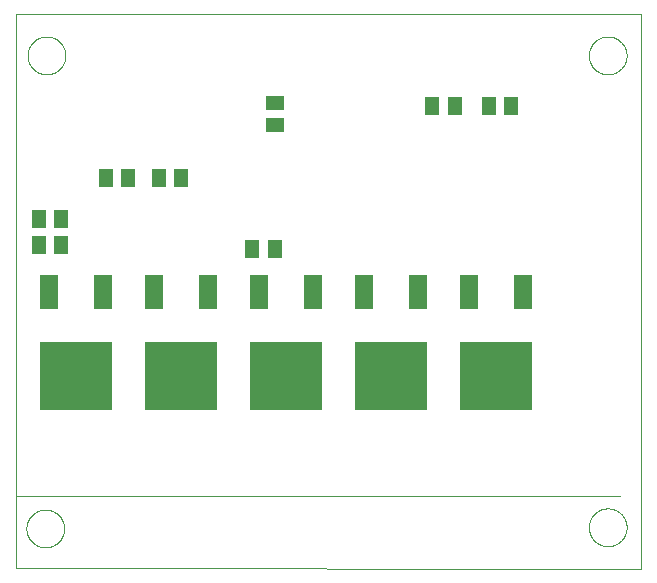
<source format=gbp>
G75*
%MOIN*%
%OFA0B0*%
%FSLAX25Y25*%
%IPPOS*%
%LPD*%
%AMOC8*
5,1,8,0,0,1.08239X$1,22.5*
%
%ADD10C,0.00000*%
%ADD11R,0.05118X0.05906*%
%ADD12R,0.06299X0.11811*%
%ADD13R,0.24409X0.22835*%
%ADD14R,0.05906X0.05118*%
D10*
X0052477Y0025103D02*
X0261020Y0024709D01*
X0261020Y0209788D01*
X0052477Y0209788D01*
X0052477Y0025103D01*
X0056060Y0038252D02*
X0056062Y0038410D01*
X0056068Y0038568D01*
X0056078Y0038726D01*
X0056092Y0038884D01*
X0056110Y0039041D01*
X0056131Y0039198D01*
X0056157Y0039354D01*
X0056187Y0039510D01*
X0056220Y0039665D01*
X0056258Y0039818D01*
X0056299Y0039971D01*
X0056344Y0040123D01*
X0056393Y0040274D01*
X0056446Y0040423D01*
X0056502Y0040571D01*
X0056562Y0040717D01*
X0056626Y0040862D01*
X0056694Y0041005D01*
X0056765Y0041147D01*
X0056839Y0041287D01*
X0056917Y0041424D01*
X0056999Y0041560D01*
X0057083Y0041694D01*
X0057172Y0041825D01*
X0057263Y0041954D01*
X0057358Y0042081D01*
X0057455Y0042206D01*
X0057556Y0042328D01*
X0057660Y0042447D01*
X0057767Y0042564D01*
X0057877Y0042678D01*
X0057990Y0042789D01*
X0058105Y0042898D01*
X0058223Y0043003D01*
X0058344Y0043105D01*
X0058467Y0043205D01*
X0058593Y0043301D01*
X0058721Y0043394D01*
X0058851Y0043484D01*
X0058984Y0043570D01*
X0059119Y0043654D01*
X0059255Y0043733D01*
X0059394Y0043810D01*
X0059535Y0043882D01*
X0059677Y0043952D01*
X0059821Y0044017D01*
X0059967Y0044079D01*
X0060114Y0044137D01*
X0060263Y0044192D01*
X0060413Y0044243D01*
X0060564Y0044290D01*
X0060716Y0044333D01*
X0060869Y0044372D01*
X0061024Y0044408D01*
X0061179Y0044439D01*
X0061335Y0044467D01*
X0061491Y0044491D01*
X0061648Y0044511D01*
X0061806Y0044527D01*
X0061963Y0044539D01*
X0062122Y0044547D01*
X0062280Y0044551D01*
X0062438Y0044551D01*
X0062596Y0044547D01*
X0062755Y0044539D01*
X0062912Y0044527D01*
X0063070Y0044511D01*
X0063227Y0044491D01*
X0063383Y0044467D01*
X0063539Y0044439D01*
X0063694Y0044408D01*
X0063849Y0044372D01*
X0064002Y0044333D01*
X0064154Y0044290D01*
X0064305Y0044243D01*
X0064455Y0044192D01*
X0064604Y0044137D01*
X0064751Y0044079D01*
X0064897Y0044017D01*
X0065041Y0043952D01*
X0065183Y0043882D01*
X0065324Y0043810D01*
X0065463Y0043733D01*
X0065599Y0043654D01*
X0065734Y0043570D01*
X0065867Y0043484D01*
X0065997Y0043394D01*
X0066125Y0043301D01*
X0066251Y0043205D01*
X0066374Y0043105D01*
X0066495Y0043003D01*
X0066613Y0042898D01*
X0066728Y0042789D01*
X0066841Y0042678D01*
X0066951Y0042564D01*
X0067058Y0042447D01*
X0067162Y0042328D01*
X0067263Y0042206D01*
X0067360Y0042081D01*
X0067455Y0041954D01*
X0067546Y0041825D01*
X0067635Y0041694D01*
X0067719Y0041560D01*
X0067801Y0041424D01*
X0067879Y0041287D01*
X0067953Y0041147D01*
X0068024Y0041005D01*
X0068092Y0040862D01*
X0068156Y0040717D01*
X0068216Y0040571D01*
X0068272Y0040423D01*
X0068325Y0040274D01*
X0068374Y0040123D01*
X0068419Y0039971D01*
X0068460Y0039818D01*
X0068498Y0039665D01*
X0068531Y0039510D01*
X0068561Y0039354D01*
X0068587Y0039198D01*
X0068608Y0039041D01*
X0068626Y0038884D01*
X0068640Y0038726D01*
X0068650Y0038568D01*
X0068656Y0038410D01*
X0068658Y0038252D01*
X0068656Y0038094D01*
X0068650Y0037936D01*
X0068640Y0037778D01*
X0068626Y0037620D01*
X0068608Y0037463D01*
X0068587Y0037306D01*
X0068561Y0037150D01*
X0068531Y0036994D01*
X0068498Y0036839D01*
X0068460Y0036686D01*
X0068419Y0036533D01*
X0068374Y0036381D01*
X0068325Y0036230D01*
X0068272Y0036081D01*
X0068216Y0035933D01*
X0068156Y0035787D01*
X0068092Y0035642D01*
X0068024Y0035499D01*
X0067953Y0035357D01*
X0067879Y0035217D01*
X0067801Y0035080D01*
X0067719Y0034944D01*
X0067635Y0034810D01*
X0067546Y0034679D01*
X0067455Y0034550D01*
X0067360Y0034423D01*
X0067263Y0034298D01*
X0067162Y0034176D01*
X0067058Y0034057D01*
X0066951Y0033940D01*
X0066841Y0033826D01*
X0066728Y0033715D01*
X0066613Y0033606D01*
X0066495Y0033501D01*
X0066374Y0033399D01*
X0066251Y0033299D01*
X0066125Y0033203D01*
X0065997Y0033110D01*
X0065867Y0033020D01*
X0065734Y0032934D01*
X0065599Y0032850D01*
X0065463Y0032771D01*
X0065324Y0032694D01*
X0065183Y0032622D01*
X0065041Y0032552D01*
X0064897Y0032487D01*
X0064751Y0032425D01*
X0064604Y0032367D01*
X0064455Y0032312D01*
X0064305Y0032261D01*
X0064154Y0032214D01*
X0064002Y0032171D01*
X0063849Y0032132D01*
X0063694Y0032096D01*
X0063539Y0032065D01*
X0063383Y0032037D01*
X0063227Y0032013D01*
X0063070Y0031993D01*
X0062912Y0031977D01*
X0062755Y0031965D01*
X0062596Y0031957D01*
X0062438Y0031953D01*
X0062280Y0031953D01*
X0062122Y0031957D01*
X0061963Y0031965D01*
X0061806Y0031977D01*
X0061648Y0031993D01*
X0061491Y0032013D01*
X0061335Y0032037D01*
X0061179Y0032065D01*
X0061024Y0032096D01*
X0060869Y0032132D01*
X0060716Y0032171D01*
X0060564Y0032214D01*
X0060413Y0032261D01*
X0060263Y0032312D01*
X0060114Y0032367D01*
X0059967Y0032425D01*
X0059821Y0032487D01*
X0059677Y0032552D01*
X0059535Y0032622D01*
X0059394Y0032694D01*
X0059255Y0032771D01*
X0059119Y0032850D01*
X0058984Y0032934D01*
X0058851Y0033020D01*
X0058721Y0033110D01*
X0058593Y0033203D01*
X0058467Y0033299D01*
X0058344Y0033399D01*
X0058223Y0033501D01*
X0058105Y0033606D01*
X0057990Y0033715D01*
X0057877Y0033826D01*
X0057767Y0033940D01*
X0057660Y0034057D01*
X0057556Y0034176D01*
X0057455Y0034298D01*
X0057358Y0034423D01*
X0057263Y0034550D01*
X0057172Y0034679D01*
X0057083Y0034810D01*
X0056999Y0034944D01*
X0056917Y0035080D01*
X0056839Y0035217D01*
X0056765Y0035357D01*
X0056694Y0035499D01*
X0056626Y0035642D01*
X0056562Y0035787D01*
X0056502Y0035933D01*
X0056446Y0036081D01*
X0056393Y0036230D01*
X0056344Y0036381D01*
X0056299Y0036533D01*
X0056258Y0036686D01*
X0056220Y0036839D01*
X0056187Y0036994D01*
X0056157Y0037150D01*
X0056131Y0037306D01*
X0056110Y0037463D01*
X0056092Y0037620D01*
X0056078Y0037778D01*
X0056068Y0037936D01*
X0056062Y0038094D01*
X0056060Y0038252D01*
X0052595Y0048951D02*
X0253796Y0048951D01*
X0243540Y0038646D02*
X0243542Y0038804D01*
X0243548Y0038962D01*
X0243558Y0039120D01*
X0243572Y0039278D01*
X0243590Y0039435D01*
X0243611Y0039592D01*
X0243637Y0039748D01*
X0243667Y0039904D01*
X0243700Y0040059D01*
X0243738Y0040212D01*
X0243779Y0040365D01*
X0243824Y0040517D01*
X0243873Y0040668D01*
X0243926Y0040817D01*
X0243982Y0040965D01*
X0244042Y0041111D01*
X0244106Y0041256D01*
X0244174Y0041399D01*
X0244245Y0041541D01*
X0244319Y0041681D01*
X0244397Y0041818D01*
X0244479Y0041954D01*
X0244563Y0042088D01*
X0244652Y0042219D01*
X0244743Y0042348D01*
X0244838Y0042475D01*
X0244935Y0042600D01*
X0245036Y0042722D01*
X0245140Y0042841D01*
X0245247Y0042958D01*
X0245357Y0043072D01*
X0245470Y0043183D01*
X0245585Y0043292D01*
X0245703Y0043397D01*
X0245824Y0043499D01*
X0245947Y0043599D01*
X0246073Y0043695D01*
X0246201Y0043788D01*
X0246331Y0043878D01*
X0246464Y0043964D01*
X0246599Y0044048D01*
X0246735Y0044127D01*
X0246874Y0044204D01*
X0247015Y0044276D01*
X0247157Y0044346D01*
X0247301Y0044411D01*
X0247447Y0044473D01*
X0247594Y0044531D01*
X0247743Y0044586D01*
X0247893Y0044637D01*
X0248044Y0044684D01*
X0248196Y0044727D01*
X0248349Y0044766D01*
X0248504Y0044802D01*
X0248659Y0044833D01*
X0248815Y0044861D01*
X0248971Y0044885D01*
X0249128Y0044905D01*
X0249286Y0044921D01*
X0249443Y0044933D01*
X0249602Y0044941D01*
X0249760Y0044945D01*
X0249918Y0044945D01*
X0250076Y0044941D01*
X0250235Y0044933D01*
X0250392Y0044921D01*
X0250550Y0044905D01*
X0250707Y0044885D01*
X0250863Y0044861D01*
X0251019Y0044833D01*
X0251174Y0044802D01*
X0251329Y0044766D01*
X0251482Y0044727D01*
X0251634Y0044684D01*
X0251785Y0044637D01*
X0251935Y0044586D01*
X0252084Y0044531D01*
X0252231Y0044473D01*
X0252377Y0044411D01*
X0252521Y0044346D01*
X0252663Y0044276D01*
X0252804Y0044204D01*
X0252943Y0044127D01*
X0253079Y0044048D01*
X0253214Y0043964D01*
X0253347Y0043878D01*
X0253477Y0043788D01*
X0253605Y0043695D01*
X0253731Y0043599D01*
X0253854Y0043499D01*
X0253975Y0043397D01*
X0254093Y0043292D01*
X0254208Y0043183D01*
X0254321Y0043072D01*
X0254431Y0042958D01*
X0254538Y0042841D01*
X0254642Y0042722D01*
X0254743Y0042600D01*
X0254840Y0042475D01*
X0254935Y0042348D01*
X0255026Y0042219D01*
X0255115Y0042088D01*
X0255199Y0041954D01*
X0255281Y0041818D01*
X0255359Y0041681D01*
X0255433Y0041541D01*
X0255504Y0041399D01*
X0255572Y0041256D01*
X0255636Y0041111D01*
X0255696Y0040965D01*
X0255752Y0040817D01*
X0255805Y0040668D01*
X0255854Y0040517D01*
X0255899Y0040365D01*
X0255940Y0040212D01*
X0255978Y0040059D01*
X0256011Y0039904D01*
X0256041Y0039748D01*
X0256067Y0039592D01*
X0256088Y0039435D01*
X0256106Y0039278D01*
X0256120Y0039120D01*
X0256130Y0038962D01*
X0256136Y0038804D01*
X0256138Y0038646D01*
X0256136Y0038488D01*
X0256130Y0038330D01*
X0256120Y0038172D01*
X0256106Y0038014D01*
X0256088Y0037857D01*
X0256067Y0037700D01*
X0256041Y0037544D01*
X0256011Y0037388D01*
X0255978Y0037233D01*
X0255940Y0037080D01*
X0255899Y0036927D01*
X0255854Y0036775D01*
X0255805Y0036624D01*
X0255752Y0036475D01*
X0255696Y0036327D01*
X0255636Y0036181D01*
X0255572Y0036036D01*
X0255504Y0035893D01*
X0255433Y0035751D01*
X0255359Y0035611D01*
X0255281Y0035474D01*
X0255199Y0035338D01*
X0255115Y0035204D01*
X0255026Y0035073D01*
X0254935Y0034944D01*
X0254840Y0034817D01*
X0254743Y0034692D01*
X0254642Y0034570D01*
X0254538Y0034451D01*
X0254431Y0034334D01*
X0254321Y0034220D01*
X0254208Y0034109D01*
X0254093Y0034000D01*
X0253975Y0033895D01*
X0253854Y0033793D01*
X0253731Y0033693D01*
X0253605Y0033597D01*
X0253477Y0033504D01*
X0253347Y0033414D01*
X0253214Y0033328D01*
X0253079Y0033244D01*
X0252943Y0033165D01*
X0252804Y0033088D01*
X0252663Y0033016D01*
X0252521Y0032946D01*
X0252377Y0032881D01*
X0252231Y0032819D01*
X0252084Y0032761D01*
X0251935Y0032706D01*
X0251785Y0032655D01*
X0251634Y0032608D01*
X0251482Y0032565D01*
X0251329Y0032526D01*
X0251174Y0032490D01*
X0251019Y0032459D01*
X0250863Y0032431D01*
X0250707Y0032407D01*
X0250550Y0032387D01*
X0250392Y0032371D01*
X0250235Y0032359D01*
X0250076Y0032351D01*
X0249918Y0032347D01*
X0249760Y0032347D01*
X0249602Y0032351D01*
X0249443Y0032359D01*
X0249286Y0032371D01*
X0249128Y0032387D01*
X0248971Y0032407D01*
X0248815Y0032431D01*
X0248659Y0032459D01*
X0248504Y0032490D01*
X0248349Y0032526D01*
X0248196Y0032565D01*
X0248044Y0032608D01*
X0247893Y0032655D01*
X0247743Y0032706D01*
X0247594Y0032761D01*
X0247447Y0032819D01*
X0247301Y0032881D01*
X0247157Y0032946D01*
X0247015Y0033016D01*
X0246874Y0033088D01*
X0246735Y0033165D01*
X0246599Y0033244D01*
X0246464Y0033328D01*
X0246331Y0033414D01*
X0246201Y0033504D01*
X0246073Y0033597D01*
X0245947Y0033693D01*
X0245824Y0033793D01*
X0245703Y0033895D01*
X0245585Y0034000D01*
X0245470Y0034109D01*
X0245357Y0034220D01*
X0245247Y0034334D01*
X0245140Y0034451D01*
X0245036Y0034570D01*
X0244935Y0034692D01*
X0244838Y0034817D01*
X0244743Y0034944D01*
X0244652Y0035073D01*
X0244563Y0035204D01*
X0244479Y0035338D01*
X0244397Y0035474D01*
X0244319Y0035611D01*
X0244245Y0035751D01*
X0244174Y0035893D01*
X0244106Y0036036D01*
X0244042Y0036181D01*
X0243982Y0036327D01*
X0243926Y0036475D01*
X0243873Y0036624D01*
X0243824Y0036775D01*
X0243779Y0036927D01*
X0243738Y0037080D01*
X0243700Y0037233D01*
X0243667Y0037388D01*
X0243637Y0037544D01*
X0243611Y0037700D01*
X0243590Y0037857D01*
X0243572Y0038014D01*
X0243558Y0038172D01*
X0243548Y0038330D01*
X0243542Y0038488D01*
X0243540Y0038646D01*
X0243540Y0195929D02*
X0243542Y0196087D01*
X0243548Y0196245D01*
X0243558Y0196403D01*
X0243572Y0196561D01*
X0243590Y0196718D01*
X0243611Y0196875D01*
X0243637Y0197031D01*
X0243667Y0197187D01*
X0243700Y0197342D01*
X0243738Y0197495D01*
X0243779Y0197648D01*
X0243824Y0197800D01*
X0243873Y0197951D01*
X0243926Y0198100D01*
X0243982Y0198248D01*
X0244042Y0198394D01*
X0244106Y0198539D01*
X0244174Y0198682D01*
X0244245Y0198824D01*
X0244319Y0198964D01*
X0244397Y0199101D01*
X0244479Y0199237D01*
X0244563Y0199371D01*
X0244652Y0199502D01*
X0244743Y0199631D01*
X0244838Y0199758D01*
X0244935Y0199883D01*
X0245036Y0200005D01*
X0245140Y0200124D01*
X0245247Y0200241D01*
X0245357Y0200355D01*
X0245470Y0200466D01*
X0245585Y0200575D01*
X0245703Y0200680D01*
X0245824Y0200782D01*
X0245947Y0200882D01*
X0246073Y0200978D01*
X0246201Y0201071D01*
X0246331Y0201161D01*
X0246464Y0201247D01*
X0246599Y0201331D01*
X0246735Y0201410D01*
X0246874Y0201487D01*
X0247015Y0201559D01*
X0247157Y0201629D01*
X0247301Y0201694D01*
X0247447Y0201756D01*
X0247594Y0201814D01*
X0247743Y0201869D01*
X0247893Y0201920D01*
X0248044Y0201967D01*
X0248196Y0202010D01*
X0248349Y0202049D01*
X0248504Y0202085D01*
X0248659Y0202116D01*
X0248815Y0202144D01*
X0248971Y0202168D01*
X0249128Y0202188D01*
X0249286Y0202204D01*
X0249443Y0202216D01*
X0249602Y0202224D01*
X0249760Y0202228D01*
X0249918Y0202228D01*
X0250076Y0202224D01*
X0250235Y0202216D01*
X0250392Y0202204D01*
X0250550Y0202188D01*
X0250707Y0202168D01*
X0250863Y0202144D01*
X0251019Y0202116D01*
X0251174Y0202085D01*
X0251329Y0202049D01*
X0251482Y0202010D01*
X0251634Y0201967D01*
X0251785Y0201920D01*
X0251935Y0201869D01*
X0252084Y0201814D01*
X0252231Y0201756D01*
X0252377Y0201694D01*
X0252521Y0201629D01*
X0252663Y0201559D01*
X0252804Y0201487D01*
X0252943Y0201410D01*
X0253079Y0201331D01*
X0253214Y0201247D01*
X0253347Y0201161D01*
X0253477Y0201071D01*
X0253605Y0200978D01*
X0253731Y0200882D01*
X0253854Y0200782D01*
X0253975Y0200680D01*
X0254093Y0200575D01*
X0254208Y0200466D01*
X0254321Y0200355D01*
X0254431Y0200241D01*
X0254538Y0200124D01*
X0254642Y0200005D01*
X0254743Y0199883D01*
X0254840Y0199758D01*
X0254935Y0199631D01*
X0255026Y0199502D01*
X0255115Y0199371D01*
X0255199Y0199237D01*
X0255281Y0199101D01*
X0255359Y0198964D01*
X0255433Y0198824D01*
X0255504Y0198682D01*
X0255572Y0198539D01*
X0255636Y0198394D01*
X0255696Y0198248D01*
X0255752Y0198100D01*
X0255805Y0197951D01*
X0255854Y0197800D01*
X0255899Y0197648D01*
X0255940Y0197495D01*
X0255978Y0197342D01*
X0256011Y0197187D01*
X0256041Y0197031D01*
X0256067Y0196875D01*
X0256088Y0196718D01*
X0256106Y0196561D01*
X0256120Y0196403D01*
X0256130Y0196245D01*
X0256136Y0196087D01*
X0256138Y0195929D01*
X0256136Y0195771D01*
X0256130Y0195613D01*
X0256120Y0195455D01*
X0256106Y0195297D01*
X0256088Y0195140D01*
X0256067Y0194983D01*
X0256041Y0194827D01*
X0256011Y0194671D01*
X0255978Y0194516D01*
X0255940Y0194363D01*
X0255899Y0194210D01*
X0255854Y0194058D01*
X0255805Y0193907D01*
X0255752Y0193758D01*
X0255696Y0193610D01*
X0255636Y0193464D01*
X0255572Y0193319D01*
X0255504Y0193176D01*
X0255433Y0193034D01*
X0255359Y0192894D01*
X0255281Y0192757D01*
X0255199Y0192621D01*
X0255115Y0192487D01*
X0255026Y0192356D01*
X0254935Y0192227D01*
X0254840Y0192100D01*
X0254743Y0191975D01*
X0254642Y0191853D01*
X0254538Y0191734D01*
X0254431Y0191617D01*
X0254321Y0191503D01*
X0254208Y0191392D01*
X0254093Y0191283D01*
X0253975Y0191178D01*
X0253854Y0191076D01*
X0253731Y0190976D01*
X0253605Y0190880D01*
X0253477Y0190787D01*
X0253347Y0190697D01*
X0253214Y0190611D01*
X0253079Y0190527D01*
X0252943Y0190448D01*
X0252804Y0190371D01*
X0252663Y0190299D01*
X0252521Y0190229D01*
X0252377Y0190164D01*
X0252231Y0190102D01*
X0252084Y0190044D01*
X0251935Y0189989D01*
X0251785Y0189938D01*
X0251634Y0189891D01*
X0251482Y0189848D01*
X0251329Y0189809D01*
X0251174Y0189773D01*
X0251019Y0189742D01*
X0250863Y0189714D01*
X0250707Y0189690D01*
X0250550Y0189670D01*
X0250392Y0189654D01*
X0250235Y0189642D01*
X0250076Y0189634D01*
X0249918Y0189630D01*
X0249760Y0189630D01*
X0249602Y0189634D01*
X0249443Y0189642D01*
X0249286Y0189654D01*
X0249128Y0189670D01*
X0248971Y0189690D01*
X0248815Y0189714D01*
X0248659Y0189742D01*
X0248504Y0189773D01*
X0248349Y0189809D01*
X0248196Y0189848D01*
X0248044Y0189891D01*
X0247893Y0189938D01*
X0247743Y0189989D01*
X0247594Y0190044D01*
X0247447Y0190102D01*
X0247301Y0190164D01*
X0247157Y0190229D01*
X0247015Y0190299D01*
X0246874Y0190371D01*
X0246735Y0190448D01*
X0246599Y0190527D01*
X0246464Y0190611D01*
X0246331Y0190697D01*
X0246201Y0190787D01*
X0246073Y0190880D01*
X0245947Y0190976D01*
X0245824Y0191076D01*
X0245703Y0191178D01*
X0245585Y0191283D01*
X0245470Y0191392D01*
X0245357Y0191503D01*
X0245247Y0191617D01*
X0245140Y0191734D01*
X0245036Y0191853D01*
X0244935Y0191975D01*
X0244838Y0192100D01*
X0244743Y0192227D01*
X0244652Y0192356D01*
X0244563Y0192487D01*
X0244479Y0192621D01*
X0244397Y0192757D01*
X0244319Y0192894D01*
X0244245Y0193034D01*
X0244174Y0193176D01*
X0244106Y0193319D01*
X0244042Y0193464D01*
X0243982Y0193610D01*
X0243926Y0193758D01*
X0243873Y0193907D01*
X0243824Y0194058D01*
X0243779Y0194210D01*
X0243738Y0194363D01*
X0243700Y0194516D01*
X0243667Y0194671D01*
X0243637Y0194827D01*
X0243611Y0194983D01*
X0243590Y0195140D01*
X0243572Y0195297D01*
X0243558Y0195455D01*
X0243548Y0195613D01*
X0243542Y0195771D01*
X0243540Y0195929D01*
X0056454Y0195929D02*
X0056456Y0196087D01*
X0056462Y0196245D01*
X0056472Y0196403D01*
X0056486Y0196561D01*
X0056504Y0196718D01*
X0056525Y0196875D01*
X0056551Y0197031D01*
X0056581Y0197187D01*
X0056614Y0197342D01*
X0056652Y0197495D01*
X0056693Y0197648D01*
X0056738Y0197800D01*
X0056787Y0197951D01*
X0056840Y0198100D01*
X0056896Y0198248D01*
X0056956Y0198394D01*
X0057020Y0198539D01*
X0057088Y0198682D01*
X0057159Y0198824D01*
X0057233Y0198964D01*
X0057311Y0199101D01*
X0057393Y0199237D01*
X0057477Y0199371D01*
X0057566Y0199502D01*
X0057657Y0199631D01*
X0057752Y0199758D01*
X0057849Y0199883D01*
X0057950Y0200005D01*
X0058054Y0200124D01*
X0058161Y0200241D01*
X0058271Y0200355D01*
X0058384Y0200466D01*
X0058499Y0200575D01*
X0058617Y0200680D01*
X0058738Y0200782D01*
X0058861Y0200882D01*
X0058987Y0200978D01*
X0059115Y0201071D01*
X0059245Y0201161D01*
X0059378Y0201247D01*
X0059513Y0201331D01*
X0059649Y0201410D01*
X0059788Y0201487D01*
X0059929Y0201559D01*
X0060071Y0201629D01*
X0060215Y0201694D01*
X0060361Y0201756D01*
X0060508Y0201814D01*
X0060657Y0201869D01*
X0060807Y0201920D01*
X0060958Y0201967D01*
X0061110Y0202010D01*
X0061263Y0202049D01*
X0061418Y0202085D01*
X0061573Y0202116D01*
X0061729Y0202144D01*
X0061885Y0202168D01*
X0062042Y0202188D01*
X0062200Y0202204D01*
X0062357Y0202216D01*
X0062516Y0202224D01*
X0062674Y0202228D01*
X0062832Y0202228D01*
X0062990Y0202224D01*
X0063149Y0202216D01*
X0063306Y0202204D01*
X0063464Y0202188D01*
X0063621Y0202168D01*
X0063777Y0202144D01*
X0063933Y0202116D01*
X0064088Y0202085D01*
X0064243Y0202049D01*
X0064396Y0202010D01*
X0064548Y0201967D01*
X0064699Y0201920D01*
X0064849Y0201869D01*
X0064998Y0201814D01*
X0065145Y0201756D01*
X0065291Y0201694D01*
X0065435Y0201629D01*
X0065577Y0201559D01*
X0065718Y0201487D01*
X0065857Y0201410D01*
X0065993Y0201331D01*
X0066128Y0201247D01*
X0066261Y0201161D01*
X0066391Y0201071D01*
X0066519Y0200978D01*
X0066645Y0200882D01*
X0066768Y0200782D01*
X0066889Y0200680D01*
X0067007Y0200575D01*
X0067122Y0200466D01*
X0067235Y0200355D01*
X0067345Y0200241D01*
X0067452Y0200124D01*
X0067556Y0200005D01*
X0067657Y0199883D01*
X0067754Y0199758D01*
X0067849Y0199631D01*
X0067940Y0199502D01*
X0068029Y0199371D01*
X0068113Y0199237D01*
X0068195Y0199101D01*
X0068273Y0198964D01*
X0068347Y0198824D01*
X0068418Y0198682D01*
X0068486Y0198539D01*
X0068550Y0198394D01*
X0068610Y0198248D01*
X0068666Y0198100D01*
X0068719Y0197951D01*
X0068768Y0197800D01*
X0068813Y0197648D01*
X0068854Y0197495D01*
X0068892Y0197342D01*
X0068925Y0197187D01*
X0068955Y0197031D01*
X0068981Y0196875D01*
X0069002Y0196718D01*
X0069020Y0196561D01*
X0069034Y0196403D01*
X0069044Y0196245D01*
X0069050Y0196087D01*
X0069052Y0195929D01*
X0069050Y0195771D01*
X0069044Y0195613D01*
X0069034Y0195455D01*
X0069020Y0195297D01*
X0069002Y0195140D01*
X0068981Y0194983D01*
X0068955Y0194827D01*
X0068925Y0194671D01*
X0068892Y0194516D01*
X0068854Y0194363D01*
X0068813Y0194210D01*
X0068768Y0194058D01*
X0068719Y0193907D01*
X0068666Y0193758D01*
X0068610Y0193610D01*
X0068550Y0193464D01*
X0068486Y0193319D01*
X0068418Y0193176D01*
X0068347Y0193034D01*
X0068273Y0192894D01*
X0068195Y0192757D01*
X0068113Y0192621D01*
X0068029Y0192487D01*
X0067940Y0192356D01*
X0067849Y0192227D01*
X0067754Y0192100D01*
X0067657Y0191975D01*
X0067556Y0191853D01*
X0067452Y0191734D01*
X0067345Y0191617D01*
X0067235Y0191503D01*
X0067122Y0191392D01*
X0067007Y0191283D01*
X0066889Y0191178D01*
X0066768Y0191076D01*
X0066645Y0190976D01*
X0066519Y0190880D01*
X0066391Y0190787D01*
X0066261Y0190697D01*
X0066128Y0190611D01*
X0065993Y0190527D01*
X0065857Y0190448D01*
X0065718Y0190371D01*
X0065577Y0190299D01*
X0065435Y0190229D01*
X0065291Y0190164D01*
X0065145Y0190102D01*
X0064998Y0190044D01*
X0064849Y0189989D01*
X0064699Y0189938D01*
X0064548Y0189891D01*
X0064396Y0189848D01*
X0064243Y0189809D01*
X0064088Y0189773D01*
X0063933Y0189742D01*
X0063777Y0189714D01*
X0063621Y0189690D01*
X0063464Y0189670D01*
X0063306Y0189654D01*
X0063149Y0189642D01*
X0062990Y0189634D01*
X0062832Y0189630D01*
X0062674Y0189630D01*
X0062516Y0189634D01*
X0062357Y0189642D01*
X0062200Y0189654D01*
X0062042Y0189670D01*
X0061885Y0189690D01*
X0061729Y0189714D01*
X0061573Y0189742D01*
X0061418Y0189773D01*
X0061263Y0189809D01*
X0061110Y0189848D01*
X0060958Y0189891D01*
X0060807Y0189938D01*
X0060657Y0189989D01*
X0060508Y0190044D01*
X0060361Y0190102D01*
X0060215Y0190164D01*
X0060071Y0190229D01*
X0059929Y0190299D01*
X0059788Y0190371D01*
X0059649Y0190448D01*
X0059513Y0190527D01*
X0059378Y0190611D01*
X0059245Y0190697D01*
X0059115Y0190787D01*
X0058987Y0190880D01*
X0058861Y0190976D01*
X0058738Y0191076D01*
X0058617Y0191178D01*
X0058499Y0191283D01*
X0058384Y0191392D01*
X0058271Y0191503D01*
X0058161Y0191617D01*
X0058054Y0191734D01*
X0057950Y0191853D01*
X0057849Y0191975D01*
X0057752Y0192100D01*
X0057657Y0192227D01*
X0057566Y0192356D01*
X0057477Y0192487D01*
X0057393Y0192621D01*
X0057311Y0192757D01*
X0057233Y0192894D01*
X0057159Y0193034D01*
X0057088Y0193176D01*
X0057020Y0193319D01*
X0056956Y0193464D01*
X0056896Y0193610D01*
X0056840Y0193758D01*
X0056787Y0193907D01*
X0056738Y0194058D01*
X0056693Y0194210D01*
X0056652Y0194363D01*
X0056614Y0194516D01*
X0056581Y0194671D01*
X0056551Y0194827D01*
X0056525Y0194983D01*
X0056504Y0195140D01*
X0056486Y0195297D01*
X0056472Y0195455D01*
X0056462Y0195613D01*
X0056456Y0195771D01*
X0056454Y0195929D01*
D11*
X0082605Y0155201D03*
X0090085Y0155201D03*
X0100105Y0155201D03*
X0107585Y0155201D03*
X0131355Y0131451D03*
X0138835Y0131451D03*
X0191355Y0178951D03*
X0198835Y0178951D03*
X0210105Y0178951D03*
X0217585Y0178951D03*
X0067585Y0141451D03*
X0060105Y0141451D03*
X0060105Y0132701D03*
X0067585Y0132701D03*
D12*
X0063595Y0117219D03*
X0081595Y0117219D03*
X0098595Y0117219D03*
X0116595Y0117219D03*
X0133595Y0117219D03*
X0151595Y0117219D03*
X0168595Y0117219D03*
X0186595Y0117219D03*
X0203595Y0117219D03*
X0221595Y0117219D03*
D13*
X0212595Y0088951D03*
X0177595Y0088951D03*
X0142595Y0088951D03*
X0107595Y0088951D03*
X0072595Y0088951D03*
D14*
X0138845Y0172711D03*
X0138845Y0180191D03*
M02*

</source>
